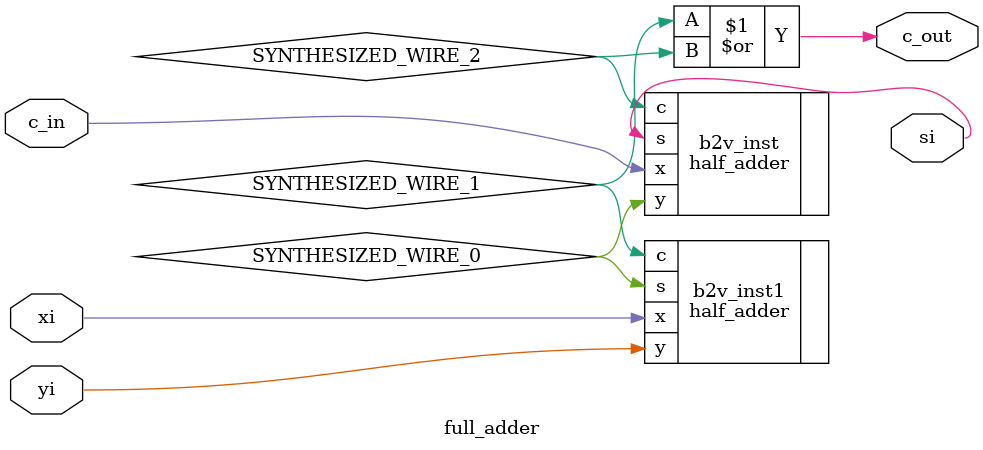
<source format=v>


module full_adder(
	xi,
	yi,
	c_in,
	si,
	c_out
);


input wire	xi;
input wire	yi;
input wire	c_in;
output wire	si;
output wire	c_out;

wire	SYNTHESIZED_WIRE_0;
wire	SYNTHESIZED_WIRE_1;
wire	SYNTHESIZED_WIRE_2;





half_adder	b2v_inst(
	.x(c_in),
	.y(SYNTHESIZED_WIRE_0),
	.s(si),
	.c(SYNTHESIZED_WIRE_2));


half_adder	b2v_inst1(
	.x(xi),
	.y(yi),
	.s(SYNTHESIZED_WIRE_0),
	.c(SYNTHESIZED_WIRE_1));

assign	c_out = SYNTHESIZED_WIRE_1 | SYNTHESIZED_WIRE_2;


endmodule

</source>
